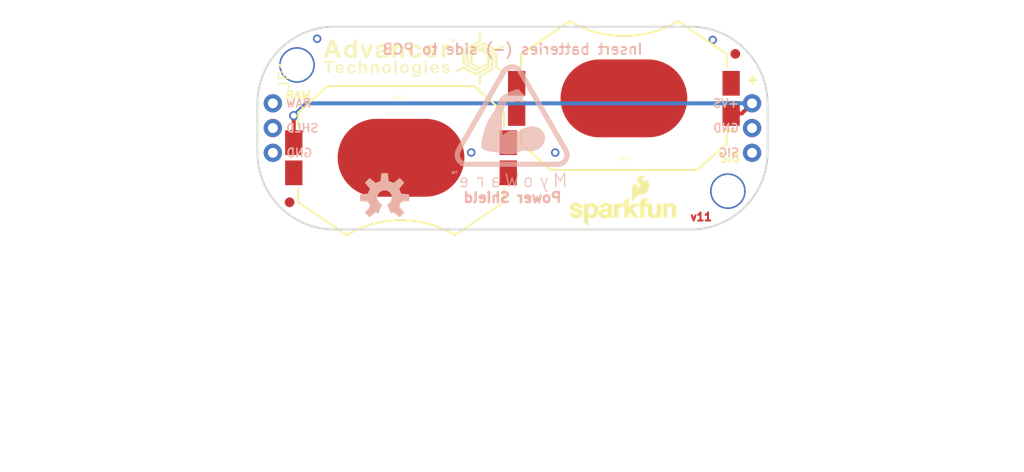
<source format=kicad_pcb>
(kicad_pcb (version 20211014) (generator pcbnew)
  (layers (0 "F.Cu" signal) (1 "In1.Cu" signal) (2 "In2.Cu" signal) (3 "In3.Cu" signal) (4 "In4.Cu" signal) (5 "In5.Cu" signal) (6 "In6.Cu" signal) (7 "In7.Cu" signal) (8 "In8.Cu" signal) (9 "In9.Cu" signal) (10 "In10.Cu" signal) (11 "In11.Cu" signal) (12 "In12.Cu" signal) (13 "In13.Cu" signal) (14 "In14.Cu" signal) (31 "B.Cu" signal) (34 "B.Paste" user) (35 "F.Paste" user) (36 "B.SilkS" user "B.Silkscreen") (37 "F.SilkS" user "F.Silkscreen") (38 "B.Mask" user) (39 "F.Mask" user) (44 "Edge.Cuts" user))
  (net 0 "")
  (net 1 "GND")
  (net 2 "SIG")
  (net 3 "SHLD")
  (net 4 "N$3")
  (net 5 "N$4")
  (net 6 "VCC")
  (net 7 "RAW")
  (footprint "boardEagle:ADVANCER_LOGO" (layer "F.Cu") (at 135.5471 98.0186)
    (fp_text reference "U$2" hide)
    (fp_text value "" hide)
  )
  (footprint "boardEagle:STAND-OFF" (layer "F.Cu") (at 170.5991 111.4806)
    (fp_text reference "JP3" hide)
    (fp_text value "STAND-OFF" hide)
    (pad "" np_thru_hole circle (at 0 0) (size 3.302 3.302) (drill 3.302) (layers *.Cu *.Mask))
  )
  (footprint "boardEagle:1X03_NO_SILK" (layer "F.Cu") (at 123.9266 102.4636 -90)
    (fp_text reference "JP1" (at -1.3462 -1.8288 -90) (layer "F.SilkS") (effects (font (size 1.143 1.143) (thickness 0.127)) (justify left bottom)))
    (fp_text value "RAW")
    (pad "1" thru_hole circle (at 0 0) (size 1.8796 1.8796) (drill 1.016) (layers *.Cu *.Mask) (net 7 "RAW"))
    (pad "2" thru_hole circle (at 2.54 0) (size 1.8796 1.8796) (drill 1.016) (layers *.Cu *.Mask) (net 3 "SHLD"))
    (pad "3" thru_hole circle (at 5.08 0) (size 1.8796 1.8796) (drill 1.016) (layers *.Cu *.Mask) (net 1 "GND"))
  )
  (footprint "boardEagle:SPIRAL_LOGO_60%" (layer "F.Cu") (at 145.1991 97.8916)
    (fp_text reference "U$9" hide)
    (fp_text value "" hide)
  )
  (footprint "boardEagle:CREATIVE_COMMONS" (layer "F.Cu") (at 116.2596 137.3296)
    (fp_text reference "FRAME1" hide)
    (fp_text value "FRAME-LETTER" hide)
  )
  (footprint "boardEagle:1X03_NO_SILK" (layer "F.Cu") (at 173.0756 102.4636 -90)
    (fp_text reference "JP2" hide)
    (fp_text value "PROCESSED" hide)
    (pad "1" thru_hole circle (at 0 0) (size 1.8796 1.8796) (drill 1.016) (layers *.Cu *.Mask) (net 6 "VCC"))
    (pad "2" thru_hole circle (at 2.54 0) (size 1.8796 1.8796) (drill 1.016) (layers *.Cu *.Mask) (net 1 "GND"))
    (pad "3" thru_hole circle (at 5.08 0) (size 1.8796 1.8796) (drill 1.016) (layers *.Cu *.Mask) (net 2 "SIG"))
  )
  (footprint "boardEagle:FIDUCIAL-1X2" (layer "F.Cu") (at 171.3611 97.3836)
    (fp_text reference "FID2" hide)
    (fp_text value "FIDUCIAL1X2" hide)
    (pad "1" smd roundrect (at 0 0) (size 1 1) (layers "F.Cu" "F.Mask") (roundrect_rratio 0.5))
  )
  (footprint "boardEagle:SFE_LOGO_NAME_FLAME_.1" (layer "F.Cu") (at 153.9406 115.1231)
    (fp_text reference "LOGO1" hide)
    (fp_text value "SFE_LOGO_NAME_FLAME.1_INCH" hide)
  )
  (footprint "boardEagle:STAND-OFF" (layer "F.Cu") (at 126.4031 98.5266)
    (fp_text reference "JP4" hide)
    (fp_text value "STAND-OFF" hide)
    (pad "" np_thru_hole circle (at 0 0) (size 3.302 3.302) (drill 3.302) (layers *.Cu *.Mask))
  )
  (footprint "boardEagle:FIDUCIAL-1X2" (layer "F.Cu") (at 125.6411 112.6236)
    (fp_text reference "FID1" hide)
    (fp_text value "FIDUCIAL1X2" hide)
    (pad "1" smd roundrect (at 0 0) (size 1 1) (layers "F.Cu" "F.Mask") (roundrect_rratio 0.5))
  )
  (footprint "boardEagle:BATTCON_20MM_4LEGS" (layer "F.Cu") (at 137.0711 108.0516)
    (fp_text reference "BAT2" (at -0.889 -5.969) (layer "F.SilkS") (effects (font (size 0.373888 0.373888) (thickness 0.032512)) (justify left bottom)))
    (fp_text value "20mm coincell")
    (pad "1" smd rect (at -11 -1.55 90) (size 2.54 1.778) (layers "F.Cu" "F.Paste" "F.Mask") (net 6 "VCC"))
    (pad "2" smd roundrect (at 0 0) (size 13 8) (layers "F.Cu" "F.Mask") (roundrect_rratio 0.5) (net 1 "GND"))
    (pad "3" smd rect (at 11 -1.55 90) (size 2.54 1.778) (layers "F.Cu" "F.Paste" "F.Mask"))
    (pad "P$1" smd rect (at -11 1.55 90) (size 2.54 1.778) (layers "F.Cu" "F.Paste" "F.Mask"))
    (pad "P$2" smd rect (at 11 1.55 90) (size 2.54 1.778) (layers "F.Cu" "F.Paste" "F.Mask"))
  )
  (footprint "boardEagle:BATTCON_20MM_4LEGS" (layer "F.Cu") (at 159.9311 101.9556 180)
    (fp_text reference "BAT1" (at -0.889 -5.969 180) (layer "F.SilkS") (effects (font (size 0.373888 0.373888) (thickness 0.032512)) (justify right top)))
    (fp_text value "20mm coincell")
    (pad "1" smd rect (at -11 -1.55 270) (size 2.54 1.778) (layers "F.Cu" "F.Paste" "F.Mask") (net 6 "VCC"))
    (pad "2" smd roundrect (at 0 0 180) (size 13 8) (layers "F.Cu" "F.Mask") (roundrect_rratio 0.5) (net 1 "GND"))
    (pad "3" smd rect (at 11 -1.55 270) (size 2.54 1.778) (layers "F.Cu" "F.Paste" "F.Mask"))
    (pad "P$1" smd rect (at -11 1.55 270) (size 2.54 1.778) (layers "F.Cu" "F.Paste" "F.Mask"))
    (pad "P$2" smd rect (at 11 1.55 270) (size 2.54 1.778) (layers "F.Cu" "F.Paste" "F.Mask"))
  )
  (footprint "boardEagle:OSHW-LOGO-M" (layer "B.Cu") (at 135.38835 112.14735 180)
    (fp_text reference "LOGO2" hide)
    (fp_text value "OSHW-LOGOM" hide)
  )
  (footprint "boardEagle:MYOWARE_LOGO" (layer "B.Cu") (at 148.5011 105.0036 180)
    (fp_text reference "U$1" hide)
    (fp_text value "" hide)
  )
  (gr_line (start 130.2766 94.5896) (end 166.7256 94.5896) (layer "Edge.Cuts") (width 0.2032))
  (gr_line (start 130.2766 115.4176) (end 166.7256 115.4176) (layer "Edge.Cuts") (width 0.2032))
  (gr_line (start 122.3391 107.5436) (end 122.3391 102.4636) (layer "Edge.Cuts") (width 0.2032))
  (gr_arc (start 166.725599 94.589601) (mid 172.325108 96.88269) (end 174.6631 102.4636) (layer "Edge.Cuts") (width 0.2032))
  (gr_arc (start 174.663101 107.543599) (mid 172.32511 113.12451) (end 166.7256 115.4176) (layer "Edge.Cuts") (width 0.2032))
  (gr_line (start 174.6631 102.4636) (end 174.6631 107.5436) (layer "Edge.Cuts") (width 0.2032))
  (gr_arc (start 122.339099 102.463601) (mid 124.67709 96.88269) (end 130.2766 94.5896) (layer "Edge.Cuts") (width 0.2032))
  (gr_arc (start 130.276601 115.417599) (mid 124.677092 113.12451) (end 122.3391 107.5436) (layer "Edge.Cuts") (width 0.2032))
  (gr_text "v11" (at 166.6416 114.6016) (layer "F.Cu") (effects (font (size 0.8128 0.8128) (thickness 0.2032)) (justify left bottom)))
  (gr_text "SHLD" (at 125.207082 105.014768) (layer "B.SilkS") (effects (font (size 0.8636 0.8636) (thickness 0.1524)) (justify right mirror)))
  (gr_text "GND" (at 171.825362 105.00166) (layer "B.SilkS") (effects (font (size 0.8636 0.8636) (thickness 0.1524)) (justify left mirror)))
  (gr_text "Insert batteries (-) side to PCB" (at 148.5011 96.90735) (layer "B.SilkS") (effects (font (size 1.0795 1.0795) (thickness 0.1905)) (justify mirror)))
  (gr_text "RAW" (at 125.173263 102.462247) (layer "B.SilkS") (effects (font (size 0.8636 0.8636) (thickness 0.1524)) (justify right mirror)))
  (gr_text "GND" (at 125.223263 107.545487) (layer "B.SilkS") (effects (font (size 0.8636 0.8636) (thickness 0.1524)) (justify right mirror)))
  (gr_text "Power Shield" (at 148.5011 112.14735) (layer "B.SilkS") (effects (font (size 1.016 1.016) (thickness 0.254)) (justify mirror)))
  (gr_text "SIG" (at 171.853556 107.540478) (layer "B.SilkS") (effects (font (size 0.8636 0.8636) (thickness 0.1524)) (justify left mirror)))
  (gr_text "+VS" (at 171.815318 102.46506) (layer "B.SilkS") (effects (font (size 0.8636 0.8636) (thickness 0.1524)) (justify left mirror)))
  (gr_text "+" (at 173.1391 99.9871) (layer "F.SilkS") (effects (font (size 1.016 1.016) (thickness 0.254))))
  (gr_text "RAW" (at 125.1331 101.6381) (layer "F.SilkS") (effects (font (size 0.84328 0.84328) (thickness 0.17272)) (justify left)))
  (gr_text "-" (at 171.90085 105.1941) (layer "F.SilkS") (effects (font (size 1.0541 1.0541) (thickness 0.2159)) (justify right)))
  (gr_text "SIG" (at 171.9326 108.1151) (layer "F.SilkS") (effects (font (size 0.84328 0.84328) (thickness 0.17272)) (justify right)))
  (via (at 128.46685 95.82785) (size 0.8636) (drill 0.508) (layers "F.Cu" "B.Cu") (net 1))
  (via (at 144.27835 107.51185) (size 0.8636) (drill 0.508) (layers "F.Cu" "B.Cu") (net 1))
  (via (at 169.04335 95.95485) (size 0.8636) (drill 0.508) (layers "F.Cu" "B.Cu") (net 1))
  (via (at 152.88835 107.52185) (size 0.8636) (drill 0.508) (layers "F.Cu" "B.Cu") (net 1))
  (via (at 126.4031 98.5266) (size 3.6576) (drill 3.302) (layers "F.Cu" "B.Cu") (net 4))
  (via (at 170.5991 111.4806) (size 3.6576) (drill 3.302) (layers "F.Cu" "B.Cu") (net 5))
  (segment (start 172.0336 103.5056) (end 173.0756 102.4636) (width 0.4064) (layer "F.Cu") (net 6))
  (segment (start 170.9311 103.5056) (end 172.0336 103.5056) (width 0.4064) (layer "F.Cu") (net 6))
  (segment (start 126.0711 106.5016) (end 126.0711 103.7336) (width 0.4064) (layer "F.Cu") (net 6))
  (via (at 126.0711 103.7336) (size 0.9556) (drill 0.6) (layers "F.Cu" "B.Cu") (net 6))
  (segment (start 127.3411 102.4636) (end 173.0756 102.4636) (width 0.4064) (layer "B.Cu") (net 6))
  (segment (start 126.0711 103.7336) (end 127.3411 102.4636) (width 0.4064) (layer "B.Cu") (net 6))
)
</source>
